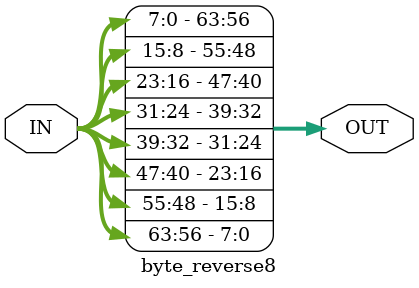
<source format=v>

`default_nettype none

module byte_reverse8
  ( input wire [63:0] IN,
    output wire [63:0] OUT );

   assign OUT = { IN[ 7: 0], IN[15: 8], 
                  IN[23:16], IN[31:24],
                  IN[39:32], IN[47:40], 
                  IN[55:48], IN[63:56] };

endmodule // byte_reverse8

`default_nettype wire

</source>
